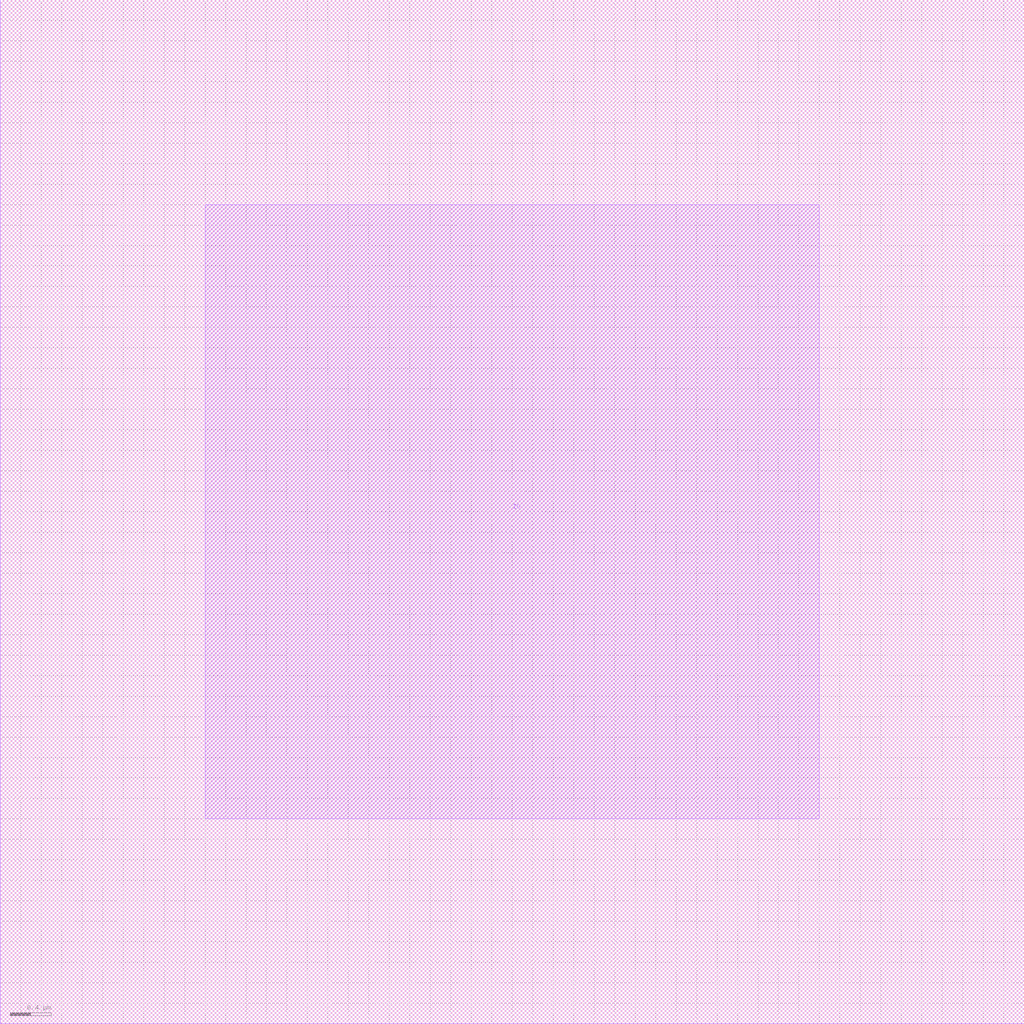
<source format=lef>
# Sizes from: https://www.semiconductors.org/wp-content/uploads/2018/09/Interconnect.pdf
VERSION 5.8 ;
BUSBITCHARS "[]" ;
DIVIDERCHAR "/" ;

MACRO TSV_SMALL
  CLASS BLOCK ;
  SYMMETRY X Y R90 ;
  SIZE 2.000 BY 2.000 ;
  PIN IO
    DIRECTION INOUT ;
    USE SIGNAL ;
    PORT
      LAYER M1 ;
      RECT 0.500 0.500 1.500 1.500 ;
    END
  END IO
  OBS
    LAYER M1 ;
    RECT  0.000 0.000 2.000 2.000 ;
  END
END TSV_SMALL

MACRO TSV_MEDIUM
  CLASS BLOCK ;
  SYMMETRY X Y R90 ;
  SIZE 5.000 BY 5.000 ;
  PIN IO
    DIRECTION INOUT ;
    USE SIGNAL ;
    PORT
      LAYER M1 ;
      RECT 1.000 1.000 4.000 4.000 ;
    END
  END IO
  OBS
    LAYER M1 ;
    RECT  0.000 0.000 5.000 5.000 ;
  END
END TSV_MEDIUM

MACRO TSV_LARGE
  CLASS BLOCK ;
  SYMMETRY X Y R90 ;
  SIZE 10.000 BY 10.000 ;
  PIN IO
    DIRECTION INOUT ;
    USE SIGNAL ;
    PORT
      LAYER M1 ;
      RECT 2.000 2.000 8.000 8.000 ;
    END
  END IO
  OBS
    LAYER M1 ;
    RECT  0.000 0.000 10.000 10.000 ;
  END
END TSV_LARGE

</source>
